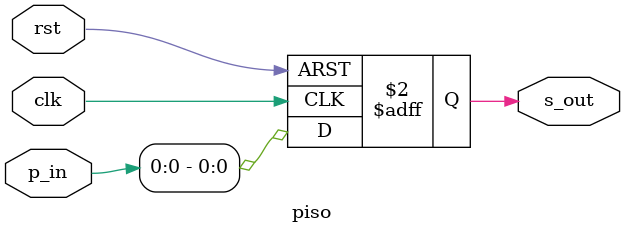
<source format=v>
module piso(
 input clk,
 input rst,
 input [3:0]p_in,
 output reg s_out);
always @(posedge clk or posedge rst)begin
if(rst)
     s_out<=1'b0;
else
      s_out<=p_in;
end
endmodule

</source>
